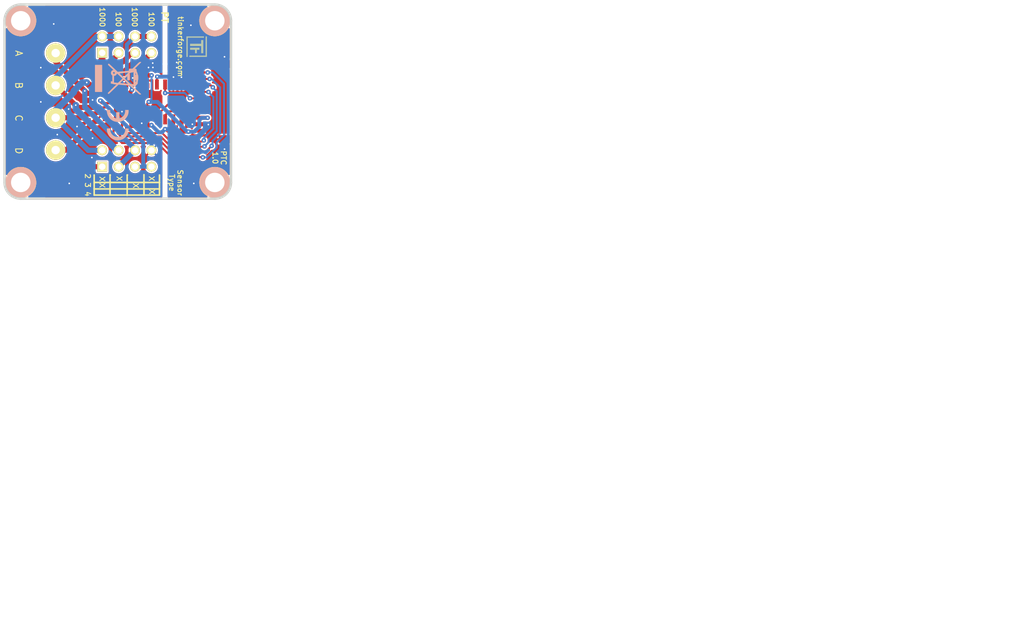
<source format=kicad_pcb>
(kicad_pcb (version 20221018) (generator pcbnew)
  (title_block (title "PTC Bricklet") (date "25 jun 2013") (rev "1.0") (company "Tinkerforge GmbH") (comment 1 "Licensed under CERN OHL v.1.1") (comment 2 "Copyright (©) 2013, B.Nordmeyer <bastian@tinkerforge.com>"))
  (layers (0 "F.Cu" signal "Vorderseite") (31 "B.Cu" signal "Rückseite") (34 "B.Paste" user) (35 "F.Paste" user) (36 "B.SilkS" user "B.Silkscreen") (37 "F.SilkS" user "F.Silkscreen") (38 "B.Mask" user) (39 "F.Mask" user) (44 "Edge.Cuts" user))
  (net 0 "")
  (net 1 "AGND")
  (net 2 "FORCE+")
  (net 3 "FORCE-")
  (net 4 "FORCE2")
  (net 5 "GND")
  (net 6 "RTDIN+")
  (net 7 "RTDIN-")
  (net 8 "VCC")
  (net 9 "Net-(C3-Pad1)")
  (net 10 "Net-(C4-Pad2)")
  (net 11 "Net-(C5-Pad2)")
  (net 12 "Net-(P1-Pad1)")
  (net 13 "Net-(P1-Pad4)")
  (net 14 "Net-(P1-Pad5)")
  (net 15 "Net-(P1-Pad6)")
  (net 16 "Net-(P1-Pad7)")
  (net 17 "Net-(P1-Pad8)")
  (net 18 "Net-(P1-Pad9)")
  (net 19 "Net-(P1-Pad10)")
  (net 20 "Net-(P2-Pad5)")
  (net 21 "Net-(P2-Pad6)")
  (net 22 "Net-(P2-Pad7)")
  (net 23 "Net-(R1-Pad2)")
  (net 24 "Net-(RP1-Pad1)")
  (net 25 "Net-(RP1-Pad2)")
  (net 26 "Net-(RP1-Pad3)")
  (net 27 "Net-(RP1-Pad4)")
  (net 28 "Net-(U1-Pad7)")
  (net 29 "Net-(U2-Pad17)")
  (net 30 "Net-(U2-Pad18)")
  (footprint "kicad-libraries:CON-SENSOR" (layer "F.Cu") (at 159.79902 84.9503 90)
    (fp_text reference "P1")
    (fp_text value "CON-SENSOR")
  )
  (footprint "kicad-libraries:SOIC8" (layer "F.Cu") (at 150.35022 85.0011 180)
    (fp_text reference "U1")
    (fp_text value "M24C64")
  )
  (footprint "kicad-libraries:DRILL_NP" (layer "F.Cu") (at 127.39878 72.45096 90)
    (fp_text reference "U5" hide)
    (fp_text value "DRILL" hide)
  )
  (footprint "kicad-libraries:DRILL_NP" (layer "F.Cu") (at 127.39878 97.44964)
    (fp_text reference "U4" hide)
    (fp_text value "DRILL" hide)
  )
  (footprint "kicad-libraries:DRILL_NP" (layer "F.Cu") (at 157.40126 97.44964 90)
    (fp_text reference "U3" hide)
    (fp_text value "DRILL" hide)
  )
  (footprint "kicad-libraries:AKL_5_2" (layer "F.Cu") (at 132.79882 89.94902 90)
    (fp_text reference "J2")
    (fp_text value "AKL_5_2")
  )
  (footprint "kicad-libraries:AKL_5_2" (layer "F.Cu") (at 132.79882 79.94904 90)
    (fp_text reference "J1")
    (fp_text value "AKL_5_2")
  )
  (footprint "kicad-libraries:DRILL_NP" (layer "F.Cu") (at 157.40126 72.45096)
    (fp_text reference "U6" hide)
    (fp_text value "DRILL" hide)
  )
  (footprint "kicad-libraries:QFN-20-5x5" (layer "F.Cu") (at 143.05026 86.4997 180)
    (fp_text reference "U2")
    (fp_text value "MAX31865")
  )
  (footprint "kicad-libraries:pin_array_4x2" (layer "F.Cu") (at 143.79956 76.1492)
    (fp_text reference "P2")
    (fp_text value "CONN_02X04" hide)
  )
  (footprint "kicad-libraries:pin_array_4x2" (layer "F.Cu") (at 143.79956 93.74886)
    (fp_text reference "P3")
    (fp_text value "CONN_02X04" hide)
  )
  (footprint "kicad-libraries:Logo_31x31" (layer "F.Cu") (at 156.175 74.875 -90)
    (fp_text reference "G***" hide)
    (fp_text value "Logo_31x31" hide)
  )
  (footprint "kicad-libraries:Fiducial_Mark" (layer "F.Cu") (at 153.9 71.5)
    (fp_text reference "Fiducial_Mark" hide)
    (fp_text value "VAL**" hide)
  )
  (footprint "kicad-libraries:Fiducial_Mark" (layer "F.Cu") (at 130.9 98.4)
    (fp_text reference "Fiducial_Mark" hide)
    (fp_text value "VAL**" hide)
  )
  (footprint "kicad-libraries:0603X4" (layer "F.Cu") (at 152.325 92.325 90)
    (fp_text reference "RP1")
    (fp_text value "100")
  )
  (footprint "kicad-libraries:Fiducial_Mark" (layer "F.Cu") (at 130.9 71.5)
    (fp_text reference "Fiducial_Mark" hide)
    (fp_text value "VAL**" hide)
  )
  (footprint "kicad-libraries:C0603" (layer "F.Cu") (at 151.39924 89.60104 180)
    (fp_text reference "C1")
    (fp_text value "100nF")
  )
  (footprint "kicad-libraries:C0603" (layer "F.Cu") (at 146.94916 86.70036 90)
    (fp_text reference "C2")
    (fp_text value "100nF")
  )
  (footprint "kicad-libraries:C0603" (layer "F.Cu") (at 145.54962 81.6991 90)
    (fp_text reference "C3")
    (fp_text value "100nF")
  )
  (footprint "kicad-libraries:C0603" (layer "F.Cu") (at 140.14958 81.6991 90)
    (fp_text reference "C4")
    (fp_text value "10nF")
  )
  (footprint "kicad-libraries:C0603" (layer "F.Cu") (at 138.69924 81.6991 90)
    (fp_text reference "C5")
    (fp_text value "100nF")
  )
  (footprint "kicad-libraries:C0603" (layer "F.Cu") (at 149.69998 79.70012 180)
    (fp_text reference "FB1")
    (fp_text value "FB")
  )
  (footprint "kicad-libraries:C0603" (layer "F.Cu") (at 146.9009 81.6991 90)
    (fp_text reference "FB2")
    (fp_text value "FB")
  )
  (footprint "kicad-libraries:R0805" (layer "F.Cu") (at 143.4 81.5 -90)
    (fp_text reference "R1")
    (fp_text value "390 0.1%")
  )
  (footprint "kicad-libraries:R0805" (layer "F.Cu") (at 141.8 81.5 -90)
    (fp_text reference "R2")
    (fp_text value "3k9 0.1%")
  )
  (footprint "kicad-libraries:CE_5mm" (layer "B.Cu") (at 142.4 88.55 90)
    (fp_text reference "VAL" hide)
    (fp_text value "CE_5mm" hide)
  )
  (footprint "kicad-libraries:WEEE_7mm" (layer "B.Cu") (at 142.45 81.35 90)
    (fp_text reference "VAL" hide)
    (fp_text value "WEEE_7mm" hide)
  )
  (gr_line (start 148.84908 99.40036) (end 148.84908 96.29902) (stroke (width 0.24892)) (layer "F.SilkS"))
  (gr_line (start 138.75004 97.44964) (end 148.84908 97.44964) (stroke (width 0.24892)) (layer "F.SilkS"))
  (gr_line (start 138.75004 98.4504) (end 138.75004 98.3996) (stroke (width 0.24892)) (layer "F.SilkS"))
  (gr_line (start 143.85036 96.29902) (end 143.90116 96.29902) (stroke (width 0.24892)) (layer "F.SilkS"))
  (gr_line (start 141.20114 99.40036) (end 141.20114 96.29902) (stroke (width 0.24892)) (layer "F.SilkS"))
  (gr_line (start 138.75004 99.40036) (end 148.84908 99.40036) (stroke (width 0.24892)) (layer "F.SilkS"))
  (gr_line (start 138.75004 96.29902) (end 138.75004 99.40036) (stroke (width 0.24892)) (layer "F.SilkS"))
  (gr_line (start 141.20114 96.29902) (end 141.2494 96.29902) (stroke (width 0.24892)) (layer "F.SilkS"))
  (gr_line (start 148.84908 98.4504) (end 138.75004 98.4504) (stroke (width 0.24892)) (layer "F.SilkS"))
  (gr_line (start 146.44878 99.40036) (end 146.44878 96.25076) (stroke (width 0.24892)) (layer "F.SilkS"))
  (gr_line (start 143.85036 99.45116) (end 143.85036 96.29902) (stroke (width 0.24892)) (layer "F.SilkS"))
  (gr_arc (start 127.40132 99.949) (mid 125.634006 99.216954) (end 124.90196 97.44964) (stroke (width 0.381)) (layer "Edge.Cuts"))
  (gr_line (start 159.90062 72.45096) (end 159.90062 97.44964) (stroke (width 0.381)) (layer "Edge.Cuts"))
  (gr_line (start 157.40126 99.949) (end 127.39878 99.949) (stroke (width 0.381)) (layer "Edge.Cuts"))
  (gr_arc (start 157.40126 69.9516) (mid 159.168574 70.683646) (end 159.90062 72.45096) (stroke (width 0.381)) (layer "Edge.Cuts"))
  (gr_line (start 124.89942 97.44964) (end 124.89942 72.45096) (stroke (width 0.381)) (layer "Edge.Cuts"))
  (gr_arc (start 124.89942 72.45096) (mid 125.63221 70.68185) (end 127.40132 69.94906) (stroke (width 0.381)) (layer "Edge.Cuts"))
  (gr_line (start 127.39878 69.94906) (end 157.40126 69.94906) (stroke (width 0.381)) (layer "Edge.Cuts"))
  (gr_arc (start 159.90062 97.44964) (mid 159.168574 99.216954) (end 157.40126 99.949) (stroke (width 0.381)) (layer "Edge.Cuts"))
  (gr_text "100" (at 147.5994 72.2503 270) (layer "F.SilkS") (effects (font (size 0.8001 0.8001) (thickness 0.14986))))
  (gr_text "X" (at 147.701 96.8502 90) (layer "F.SilkS") (effects (font (size 0.8001 0.8001) (thickness 0.14986))))
  (gr_text "Sensor\nType" (at 151.39924 97.50044 270) (layer "F.SilkS") (effects (font (size 0.8001 0.8001) (thickness 0.14986))))
  (gr_text "1000" (at 139.99972 71.89978 270) (layer "F.SilkS") (effects (font (size 0.8001 0.8001) (thickness 0.14986))))
  (gr_text "X" (at 140.05052 96.901 90) (layer "F.SilkS") (effects (font (size 0.8001 0.8001) (thickness 0.14986))))
  (gr_text "tinkerforge.com" (at 152.1 76.45 270) (layer "F.SilkS") (effects (font (size 0.8001 0.8001) (thickness 0.14986))))
  (gr_text "X" (at 140.05052 97.89922 90) (layer "F.SilkS") (effects (font (size 0.8001 0.8001) (thickness 0.14986))))
  (gr_text "PT" (at 149.64918 71.89978 270) (layer "F.SilkS") (effects (font (size 1.00076 1.00076) (thickness 0.20066))))
  (gr_text "100" (at 142.49908 72.2503 270) (layer "F.SilkS") (effects (font (size 0.8001 0.8001) (thickness 0.14986))))
  (gr_text "X" (at 145.2499 97.95002 90) (layer "F.SilkS") (effects (font (size 0.8001 0.8001) (thickness 0.14986))))
  (gr_text "A     B     C     D" (at 127.09906 85.04936 270) (layer "F.SilkS") (effects (font (size 1.04902 1.04902) (thickness 0.14986))))
  (gr_text "1000" (at 145.00098 71.89978 270) (layer "F.SilkS") (effects (font (size 0.8001 0.8001) (thickness 0.14986))))
  (gr_text "X" (at 142.69974 96.8502 90) (layer "F.SilkS") (effects (font (size 0.8001 0.8001) (thickness 0.14986))))
  (gr_text "PTC\n1.0" (at 158.1 93.65 270) (layer "F.SilkS") (effects (font (size 0.8001 0.8001) (thickness 0.14986))))
  (gr_text "X" (at 147.74926 98.89998 90) (layer "F.SilkS") (effects (font (size 0.8001 0.8001) (thickness 0.14986))))
  (gr_text "2 3 4" (at 137.74928 97.85096 270) (layer "F.SilkS") (effects (font (size 0.8001 0.8001) (thickness 0.14986))))
  (segment (start 147.8407 79.65948) (end 148.57984 79.65948) (width 0.59944) (layer "F.Cu") (net 1))
  (segment (start 130.50012 79.70012) (end 130.50012 85.0011) (width 0.29972) (layer "F.Cu") (net 1))
  (segment (start 145.10258 80.899) (end 144.70126 81.30032) (width 0.59944) (layer "F.Cu") (net 1))
  (segment (start 130.50012 88.00084) (end 130.50012 85.0011) (width 0.29972) (layer "F.Cu") (net 1))
  (segment (start 133.05028 90.05062) (end 132.5499 90.05062) (width 0.29972) (layer "F.Cu") (net 1))
  (segment (start 141.75232 87.79764) (end 143.05026 86.4997) (width 0.29972) (layer "F.Cu") (net 1))
  (segment (start 130.50012 79.70012) (end 130.50012 74.94778) (width 0.29972) (layer "F.Cu") (net 1))
  (segment (start 136.10082 88.80094) (end 134.29996 88.80094) (width 0.29972) (layer "F.Cu") (net 1))
  (segment (start 147.15998 79.66964) (end 147.14982 79.6798) (width 0.59944) (layer "F.Cu") (net 1))
  (segment (start 138.50112 93.4974) (end 138.39952 93.599) (width 0.29972) (layer "F.Cu") (net 1))
  (segment (start 147.83054 79.02956) (end 147.80006 78.99908) (width 0.29972) (layer "F.Cu") (net 1))
  (segment (start 147.83054 79.66964) (end 147.15998 79.66964) (width 0.59944) (layer "F.Cu") (net 1))
  (segment (start 145.59788 87.79764) (end 146.1008 88.30056) (width 0.29972) (layer "F.Cu") (net 1))
  (segment (start 130.50012 74.94778) (end 132.4991 72.9488) (width 0.29972) (layer "F.Cu") (net 1))
  (segment (start 145.54962 80.899) (end 145.10258 80.899) (width 0.59944) (layer "F.Cu") (net 1))
  (segment (start 140.66266 87.79764) (end 140.66266 88.43772) (width 0.29972) (layer "F.Cu") (net 1))
  (segment (start 132.5499 90.05062) (end 130.50012 88.00084) (width 0.29972) (layer "F.Cu") (net 1))
  (segment (start 134.29996 88.80094) (end 133.05028 90.05062) (width 0.29972) (layer "F.Cu") (net 1))
  (segment (start 145.43786 87.79764) (end 145.59788 87.79764) (width 0.29972) (layer "F.Cu") (net 1))
  (segment (start 141.75232 87.79764) (end 140.66266 87.79764) (width 0.29972) (layer "F.Cu") (net 1))
  (segment (start 147.8407 79.65948) (end 147.83054 79.66964) (width 0.59944) (layer "F.Cu") (net 1))
  (segment (start 147.83054 79.66964) (end 147.83054 79.02956) (width 0.29972) (layer "F.Cu") (net 1))
  (segment (start 134.8994 97.5995) (end 134.85114 97.55124) (width 0.29972) (layer "F.Cu") (net 1))
  (segment (start 138.50112 90.59926) (end 138.50112 93.4974) (width 0.29972) (layer "F.Cu") (net 1))
  (segment (start 140.66266 88.43772) (end 138.50112 90.59926) (width 0.29972) (layer "F.Cu") (net 1))
  (segment (start 134.85114 97.55124) (end 134.85114 97.50044) (width 0.29972) (layer "F.Cu") (net 1))
  (via (at 134.8994 97.5995) (size 0.70104) (drill 0.24892) (layers "F.Cu" "B.Cu") (net 1))
  (via (at 130.50012 79.70012) (size 0.70104) (drill 0.24892) (layers "F.Cu" "B.Cu") (net 1))
  (via (at 133.05028 90.05062) (size 0.70104) (drill 0.24892) (layers "F.Cu" "B.Cu") (net 1))
  (via (at 138.39952 93.599) (size 0.70104) (drill 0.24892) (layers "F.Cu" "B.Cu") (net 1))
  (via (at 136.10082 88.80094) (size 0.70104) (drill 0.24892) (layers "F.Cu" "B.Cu") (net 1))
  (via (at 143.05026 86.4997) (size 0.70104) (drill 0.24892) (layers "F.Cu" "B.Cu") (net 1))
  (via (at 147.14982 79.6798) (size 0.70104) (drill 0.24892) (layers "F.Cu" "B.Cu") (net 1))
  (via (at 147.80006 78.99908) (size 0.70104) (drill 0.24892) (layers "F.Cu" "B.Cu") (net 1))
  (via (at 132.4991 72.9488) (size 0.70104) (drill 0.24892) (layers "F.Cu" "B.Cu") (net 1))
  (via (at 144.70126 81.30032) (size 0.70104) (drill 0.24892) (layers "F.Cu" "B.Cu") (net 1))
  (via (at 138.50112 90.59926) (size 0.70104) (drill 0.24892) (layers "F.Cu" "B.Cu") (net 1))
  (via (at 146.1008 88.30056) (size 0.70104) (drill 0.24892) (layers "F.Cu" "B.Cu") (net 1))
  (via (at 130.50012 85.0011) (size 0.70104) (drill 0.24892) (layers "F.Cu" "B.Cu") (net 1))
  (via (at 147.83054 79.66964) (size 0.70104) (drill 0.24892) (layers "F.Cu" "B.Cu") (net 1))
  (via (at 138.50112 84.69884) (size 0.70104) (drill 0.24892) (layers "F.Cu" "B.Cu") (net 1))
  (via (at 134.80034 86.10092) (size 0.70104) (drill 0.24892) (layers "F.Cu" "B.Cu") (net 1))
  (segment (start 145.82502 85.57498) (end 146.3 85.1) (width 0.59944) (layer "B.Cu") (net 1))
  (segment (start 146.3 85.1) (end 146.3 82.89906) (width 0.59944) (layer "B.Cu") (net 1))
  (segment (start 146.3 82.89906) (end 145.5293 82.12836) (width 0.59944) (layer "B.Cu") (net 1))
  (segment (start 134.80034 87.20074) (end 134.80034 86.10092) (width 0.29972) (layer "B.Cu") (net 1))
  (segment (start 137.89914 90.59926) (end 136.10082 88.80094) (width 0.29972) (layer "B.Cu") (net 1))
  (segment (start 147.60956 92.47886) (end 147.60956 89.80932) (width 0.59944) (layer "B.Cu") (net 1))
  (segment (start 143.05026 86.4997) (end 143.05026 85.34908) (width 0.29972) (layer "B.Cu") (net 1))
  (segment (start 141.4018 83.70062) (end 139.49934 83.70062) (width 0.29972) (layer "B.Cu") (net 1))
  (segment (start 146.1008 88.02116) (end 144.57934 86.4997) (width 0.59944) (layer "B.Cu") (net 1))
  (segment (start 144.57934 86.4997) (end 143.05026 86.4997) (width 0.59944) (layer "B.Cu") (net 1))
  (segment (start 138.39952 93.599) (end 138.39952 94.09938) (width 0.29972) (layer "B.Cu") (net 1))
  (segment (start 145.5293 81.30032) (end 147.14982 79.6798) (width 0.59944) (layer "B.Cu") (net 1))
  (segment (start 136.10082 88.80094) (end 136.10082 88.50122) (width 0.29972) (layer "B.Cu") (net 1))
  (segment (start 143.05026 86.4997) (end 143.97498 85.57498) (width 0.59944) (layer "B.Cu") (net 1))
  (segment (start 138.39952 94.09938) (end 134.8994 97.5995) (width 0.29972) (layer "B.Cu") (net 1))
  (segment (start 147.60956 89.80932) (end 146.1008 88.30056) (width 0.59944) (layer "B.Cu") (net 1))
  (segment (start 143.05026 85.34908) (end 141.4018 83.70062) (width 0.29972) (layer "B.Cu") (net 1))
  (segment (start 138.50112 90.59926) (end 137.89914 90.59926) (width 0.29972) (layer "B.Cu") (net 1))
  (segment (start 144.70126 81.30032) (end 145.5293 81.30032) (width 0.59944) (layer "B.Cu") (net 1))
  (segment (start 143.97498 85.57498) (end 145.82502 85.57498) (width 0.59944) (layer "B.Cu") (net 1))
  (segment (start 139.49934 83.70062) (end 138.50112 84.69884) (width 0.29972) (layer "B.Cu") (net 1))
  (segment (start 145.5293 82.12836) (end 144.70126 81.30032) (width 0.59944) (layer "B.Cu") (net 1))
  (segment (start 146.1008 88.30056) (end 146.1008 88.02116) (width 0.59944) (layer "B.Cu") (net 1))
  (segment (start 136.10082 88.50122) (end 134.80034 87.20074) (width 0.29972) (layer "B.Cu") (net 1))
  (segment (start 137.2997 83.2993) (end 132.79882 78.79842) (width 0.8001) (layer "F.Cu") (net 2))
  (segment (start 141.75232 84.1121) (end 141.75232 84.05368) (width 0.29972) (layer "F.Cu") (net 2))
  (segment (start 141.75232 84.05368) (end 141.39672 83.69808) (width 0.29972) (layer "F.Cu") (net 2))
  (segment (start 137.69848 83.69808) (end 137.2997 83.2993) (width 0.8001) (layer "F.Cu") (net 2))
  (segment (start 132.79882 78.79842) (end 132.79882 77.44968) (width 0.8001) (layer "F.Cu") (net 2))
  (segment (start 141.39672 83.69808) (end 137.69848 83.69808) (width 0.8001) (layer "F.Cu") (net 2))
  (via (at 137.2997 83.2993) (size 0.70104) (drill 0.24892) (layers "F.Cu" "B.Cu") (net 2))
  (segment (start 137.2997 85.79866) (end 137.2997 83.2993) (width 0.8001) (layer "B.Cu") (net 2))
  (segment (start 142.52956 95.01886) (end 145.06956 92.47886) (width 0.8001) (layer "B.Cu") (net 2))
  (segment (start 142.27556 90.77452) (end 137.2997 85.79866) (width 0.8001) (layer "B.Cu") (net 2))
  (segment (start 145.06956 92.47886) (end 145.06956 92.31884) (width 0.8001) (layer "B.Cu") (net 2))
  (segment (start 145.06956 92.31884) (end 143.52524 90.77452) (width 0.8001) (layer "B.Cu") (net 2))
  (segment (start 143.52524 90.77452) (end 142.27556 90.77452) (width 0.8001) (layer "B.Cu") (net 2))
  (segment (start 138.16838 95.01886) (end 135.001 91.85148) (width 0.8001) (layer "F.Cu") (net 3))
  (segment (start 139.14882 88.00084) (end 138.8491 88.00084) (width 0.8001) (layer "F.Cu") (net 3))
  (segment (start 135.001 91.84894) (end 134.40156 92.44838) (width 0.8001) (layer "F.Cu") (net 3))
  (segment (start 139.80414 87.1474) (end 139.25296 87.69858) (width 0.29972) (layer "F.Cu") (net 3))
  (segment (start 134.40156 92.44838) (end 132.79882 92.44838) (width 0.8001) (layer "F.Cu") (net 3))
  (segment (start 139.25296 87.8967) (end 139.14882 88.00084) (width 0.29972) (layer "F.Cu") (net 3))
  (segment (start 139.25296 87.69858) (end 139.25042 87.70112) (width 0.29972) (layer "F.Cu") (net 3))
  (segment (start 139.98956 95.01886) (end 138.16838 95.01886) (width 0.8001) (layer "F.Cu") (net 3))
  (segment (start 135.001 91.85148) (end 135.001 91.84894) (width 0.8001) (layer "F.Cu") (net 3))
  (segment (start 138.8491 88.00084) (end 135.001 91.84894) (width 0.8001) (layer "F.Cu") (net 3))
  (segment (start 139.25296 87.69858) (end 139.25296 87.8967) (width 0.29972) (layer "F.Cu") (net 3))
  (segment (start 140.66266 87.1474) (end 139.80414 87.1474) (width 0.29972) (layer "F.Cu") (net 3))
  (segment (start 139.7508 84.85124) (end 139.7 84.80044) (width 0.29972) (layer "F.Cu") (net 4))
  (segment (start 140.66266 85.20176) (end 139.9032 85.20176) (width 0.29972) (layer "F.Cu") (net 4))
  (segment (start 139.7508 85.04936) (end 139.7508 84.85124) (width 0.29972) (layer "F.Cu") (net 4))
  (segment (start 139.9032 85.20176) (end 139.7508 85.04936) (width 0.29972) (layer "F.Cu") (net 4))
  (via (at 139.7 84.80044) (size 0.70104) (drill 0.24892) (layers "F.Cu" "B.Cu") (net 4))
  (segment (start 139.8397 84.80044) (end 146.33956 91.3003) (width 0.59944) (layer "B.Cu") (net 4))
  (segment (start 146.33956 94.63786) (end 146.72056 95.01886) (width 0.59944) (layer "B.Cu") (net 4))
  (segment (start 146.72056 95.01886) (end 147.60956 95.01886) (width 0.59944) (layer "B.Cu") (net 4))
  (segment (start 139.7 84.80044) (end 139.8397 84.80044) (width 0.59944) (layer "B.Cu") (net 4))
  (segment (start 146.40052 94.69882) (end 146.72056 95.01886) (width 0.29972) (layer "B.Cu") (net 4))
  (segment (start 146.33956 91.3003) (end 146.33956 94.63786) (width 0.59944) (layer "B.Cu") (net 4))
  (segment (start 145.06956 95.01886) (end 146.72056 95.01886) (width 0.59944) (layer "B.Cu") (net 4))
  (segment (start 150.98268 82.30362) (end 150.98268 81.18856) (width 0.29972) (layer "F.Cu") (net 5))
  (segment (start 146.94916 87.88908) (end 146.9898 87.92972) (width 0.59944) (layer "F.Cu") (net 5))
  (segment (start 150.1013 89.60104) (end 150.64994 89.60104) (width 0.29972) (layer "F.Cu") (net 5))
  (segment (start 146.94916 87.88908) (end 146.94916 87.50046) (width 0.59944) (layer "F.Cu") (net 5))
  (segment (start 151.50084 78.90002) (end 151.50084 75.3491) (width 0.29972) (layer "F.Cu") (net 5))
  (segment (start 155.02382 88.45042) (end 156.3497 88.45042) (width 0.59944) (layer "F.Cu") (net 5))
  (segment (start 148.44776 81.153) (end 148.44776 82.30362) (width 0.29972) (layer "F.Cu") (net 5))
  (segment (start 152.25268 82.30362) (end 152.25268 81.19364) (width 0.29972) (layer "F.Cu") (net 5))
  (segment (start 156.4005 88.50122) (end 158.04896 88.50122) (width 0.29972) (layer "F.Cu") (net 5))
  (segment (start 145.4658 89.16416) (end 145.15084 88.8492) (width 0.59944) (layer "F.Cu") (net 5))
  (segment (start 158.04896 88.50122) (end 158.89986 89.35212) (width 0.29972) (layer "F.Cu") (net 5))
  (segment (start 151.50084 75.3491) (end 153.70048 73.14946) (width 0.29972) (layer "F.Cu") (net 5))
  (segment (start 156.3497 88.45042) (end 156.4005 88.50122) (width 0.59944) (layer "F.Cu") (net 5))
  (segment (start 152.25268 81.19364) (end 152.23998 81.18094) (width 0.29972) (layer "F.Cu") (net 5))
  (segment (start 150.50008 79.70012) (end 151.50084 79.70012) (width 0.8001) (layer "F.Cu") (net 5))
  (segment (start 158.89986 79.15148) (end 158.89986 78.0288) (width 0.29972) (layer "F.Cu") (net 5))
  (segment (start 146.9898 87.92972) (end 146.9898 88.66124) (width 0.59944) (layer "F.Cu") (net 5))
  (segment (start 150.98268 81.18856) (end 151.01062 81.16062) (width 0.29972) (layer "F.Cu") (net 5))
  (segment (start 146.48688 89.16416) (end 145.4658 89.16416) (width 0.59944) (layer "F.Cu") (net 5))
  (segment (start 145.11274 88.8873) (end 145.15084 88.8492) (width 0.29972) (layer "F.Cu") (net 5))
  (segment (start 149.71014 89.20988) (end 150.1013 89.60104) (width 0.29972) (layer "F.Cu") (net 5))
  (segment (start 144.3482 88.8873) (end 145.11274 88.8873) (width 0.29972) (layer "F.Cu") (net 5))
  (segment (start 158.89986 89.35212) (end 158.89986 92.30106) (width 0.29972) (layer "F.Cu") (net 5))
  (segment (start 148.44776 81.153) (end 148.5011 81.09966) (width 0.29972) (layer "F.Cu") (net 5))
  (segment (start 147.51812 88.66124) (end 146.9898 88.66124) (width 0.59944) (layer "F.Cu") (net 5))
  (segment (start 155.02382 88.45042) (end 153.92908 88.45042) (width 0.59944) (layer "F.Cu") (net 5))
  (segment (start 146.9898 88.66124) (end 146.48688 89.16416) (width 0.59944) (layer "F.Cu") (net 5))
  (segment (start 147.51812 88.66124) (end 147.5994 88.57996) (width 0.59944) (layer "F.Cu") (net 5))
  (segment (start 158.89986 90.74912) (end 158.89986 92.30106) (width 0.29972) (layer "F.Cu") (net 5))
  (segment (start 151.50084 79.70012) (end 151.50084 78.90002) (width 0.8001) (layer "F.Cu") (net 5))
  (via (at 153.92908 88.45042) (size 0.70104) (drill 0.24892) (layers "F.Cu" "B.Cu") (net 5))
  (via (at 147.5994 88.57996) (size 0.70104) (drill 0.24892) (layers "F.Cu" "B.Cu") (net 5))
  (via (at 148.5011 81.09966) (size 0.70104) (drill 0.24892) (layers "F.Cu" "B.Cu") (net 5))
  (via (at 151.50084 79.70012) (size 0.70104) (drill 0.24892) (layers "F.Cu" "B.Cu") (net 5))
  (via (at 158.89986 92.30106) (size 0.70104) (drill 0.24892) (layers "F.Cu" "B.Cu") (net 5))
  (via (at 152.23998 81.18094) (size 0.70104) (drill 0.24892) (layers "F.Cu" "B.Cu") (net 5))
  (via (at 158.89986 78.0288) (size 0.70104) (drill 0.24892) (layers "F.Cu" "B.Cu") (net 5))
  (via (at 151.01062 81.16062) (size 0.70104) (drill 0.24892) (layers "F.Cu" "B.Cu") (net 5))
  (via (at 153.70048 73.14946) (size 0.70104) (drill 0.24892) (layers "F.Cu" "B.Cu") (net 5))
  (via (at 151.50084 78.90002) (size 0.70104) (drill 0.24892) (layers "F.Cu" "B.Cu") (net 5))
  (via (at 154.15006 97.5995) (size 0.70104) (drill 0.24892) (layers "F.Cu" "B.Cu") (net 5))
  (via (at 156.4005 88.50122) (size 0.70104) (drill 0.24892) (layers "F.Cu" "B.Cu") (net 5))
  (via (at 149.71014 89.20988) (size 0.70104) (drill 0.24892) (layers "F.Cu" "B.Cu") (net 5))
  (segment (start 149.21992 89.7001) (end 149.71014 89.20988) (width 0.59944) (layer "B.Cu") (net 5))
  (segment (start 154.15006 96.39808) (end 154.15006 97.5995) (width 0.29972) (layer "B.Cu") (net 5))
  (segment (start 154.86126 85.52942) (end 154.86126 82.58048) (width 0.29972) (layer "B.Cu") (net 5))
  (segment (start 152.23998 81.18094) (end 152.21966 81.16062) (width 0.29972) (layer "B.Cu") (net 5))
  (segment (start 150.6093 89.20988) (end 149.71014 89.20988) (width 0.59944) (layer "B.Cu") (net 5))
  (segment (start 151.01062 81.16062) (end 150.94966 81.09966) (width 0.29972) (layer "B.Cu") (net 5))
  (segment (start 154.70124 90.5002) (end 151.89962 90.5002) (width 0.59944) (layer "B.Cu") (net 5))
  (segment (start 151.50084 79.66964) (end 150.89886 79.66964) (width 0.29972) (layer "B.Cu") (net 5))
  (segment (start 153.46172 81.18094) (end 152.23998 81.18094) (width 0.29972) (layer "B.Cu") (net 5))
  (segment (start 151.50084 79.70012) (end 151.50084 79.66964) (width 0.8001) (layer "B.Cu") (net 5))
  (segment (start 152.21966 81.16062) (end 151.01062 81.16062) (width 0.29972) (layer "B.Cu") (net 5))
  (segment (start 148.71954 89.7001) (end 149.21992 89.7001) (width 0.59944) (layer "B.Cu") (net 5))
  (segment (start 158.89986 92.30106) (end 158.24708 92.30106) (width 0.29972) (layer "B.Cu") (net 5))
  (segment (start 153.92908 88.45042) (end 153.92908 86.4616) (width 0.29972) (layer "B.Cu") (net 5))
  (segment (start 156.4005 88.50122) (end 156.4005 88.80094) (width 0.59944) (layer "B.Cu") (net 5))
  (segment (start 154.86126 82.58048) (end 153.46172 81.18094) (width 0.29972) (layer "B.Cu") (net 5))
  (segment (start 148.71954 89.7001) (end 147.5994 88.57996) (width 0.59944) (layer "B.Cu") (net 5))
  (segment (start 158.24708 92.30106) (end 154.15006 96.39808) (width 0.29972) (layer "B.Cu") (net 5))
  (segment (start 151.01062 79.7814) (end 151.01062 81.16062) (width 0.29972) (layer "B.Cu") (net 5))
  (segment (start 151.89962 90.5002) (end 150.6093 89.20988) (width 0.59944) (layer "B.Cu") (net 5))
  (segment (start 153.92908 86.4616) (end 154.86126 85.52942) (width 0.29972) (layer "B.Cu") (net 5))
  (segment (start 158.89986 78.0288) (end 157.25902 79.66964) (width 0.29972) (layer "B.Cu") (net 5))
  (segment (start 157.25902 79.66964) (end 151.50084 79.66964) (width 0.29972) (layer "B.Cu") (net 5))
  (segment (start 156.4005 88.80094) (end 154.70124 90.5002) (width 0.59944) (layer "B.Cu") (net 5))
  (segment (start 150.89886 79.66964) (end 151.01062 79.7814) (width 0.29972) (layer "B.Cu") (net 5))
  (segment (start 150.94966 81.09966) (end 148.5011 81.09966) (width 0.59944) (layer "B.Cu") (net 5))
  (segment (start 139.35202 85.852) (end 139.34948 85.84946) (width 0.29972) (layer "F.Cu") (net 6))
  (segment (start 139.40028 85.852) (end 139.35202 85.852) (width 0.29972) (layer "F.Cu") (net 6))
  (segment (start 135.87476 85.52434) (end 132.79882 82.4484) (width 0.8001) (layer "F.Cu") (net 6))
  (segment (start 135.90016 85.49894) (end 135.87476 85.52434) (width 1.00076) (layer "F.Cu") (net 6))
  (segment (start 140.66266 85.852) (end 139.40028 85.852) (width 0.29972) (layer "F.Cu") (net 6))
  (segment (start 139.40028 85.852) (end 136.20242 85.852) (width 0.8001) (layer "F.Cu") (net 6))
  (segment (start 136.20242 85.852) (end 135.87476 85.52434) (width 0.8001) (layer "F.Cu") (net 6))
  (via (at 135.90016 85.49894) (size 0.70104) (drill 0.24892) (layers "F.Cu" "B.Cu") (net 6))
  (segment (start 139.12088 74.8792) (end 139.98956 74.8792) (width 0.8001) (layer "B.Cu") (net 6))
  (segment (start 132.79882 81.20126) (end 139.12088 74.8792) (width 0.8001) (layer "B.Cu") (net 6))
  (segment (start 132.79882 82.4484) (end 132.79882 81.20126) (width 0.8001) (layer "B.Cu") (net 6))
  (segment (start 139.98956 74.8792) (end 142.52956 74.8792) (width 0.8001) (layer "B.Cu") (net 6))
  (segment (start 135.90016 86.09838) (end 135.90016 85.49894) (width 1.00076) (layer "B.Cu") (net 6))
  (segment (start 142.28064 92.47886) (end 135.90016 86.09838) (width 1.00076) (layer "B.Cu") (net 6))
  (segment (start 142.52956 92.47886) (end 142.28064 92.47886) (width 1.00076) (layer "B.Cu") (net 6))
  (segment (start 137.59942 81.99882) (end 138.0998 82.4992) (width 1.00076) (layer "F.Cu") (net 7))
  (segment (start 136.90092 87.44966) (end 137.4902 86.86038) (width 0.8001) (layer "F.Cu") (net 7))
  (segment (start 137.4902 86.86038) (end 138.54938 86.86038) (width 0.8001) (layer "F.Cu") (net 7))
  (segment (start 138.54938 86.86038) (end 138.8491 86.86038) (width 0.8001) (layer "F.Cu") (net 7))
  (segment (start 138.8491 86.86038) (end 139.29106 86.86038) (width 0.29972) (layer "F.Cu") (net 7))
  (segment (start 140.5636 86.59876) (end 140.66266 86.4997) (width 0.29972) (layer "F.Cu") (net 7))
  (segment (start 140.14958 82.4992) (end 138.69924 82.4992) (width 1.00076) (layer "F.Cu") (net 7))
  (segment (start 139.55268 86.59876) (end 140.5636 86.59876) (width 0.29972) (layer "F.Cu") (net 7))
  (segment (start 138.0998 82.4992) (end 138.69924 82.4992) (width 1.00076) (layer "F.Cu") (net 7))
  (segment (start 132.79882 87.44966) (end 136.90092 87.44966) (width 0.8001) (layer "F.Cu") (net 7))
  (segment (start 139.29106 86.86038) (end 139.55268 86.59876) (width 0.29972) (layer "F.Cu") (net 7))
  (via (at 137.59942 81.99882) (size 0.70104) (drill 0.24892) (layers "F.Cu" "B.Cu") (net 7))
  (segment (start 132.79882 87.44966) (end 132.79882 86.30158) (width 1.00076) (layer "B.Cu") (net 7))
  (segment (start 137.82802 92.47886) (end 132.79882 87.44966) (width 0.8001) (layer "B.Cu") (net 7))
  (segment (start 136.90092 81.99882) (end 137.59942 81.99882) (width 1.00076) (layer "B.Cu") (net 7))
  (segment (start 132.79882 86.30158) (end 135.60044 83.49996) (width 1.00076) (layer "B.Cu") (net 7))
  (segment (start 135.60044 83.49996) (end 135.60044 83.2993) (width 1.00076) (layer "B.Cu") (net 7))
  (segment (start 135.60044 83.2993) (end 136.90092 81.99882) (width 1.00076) (layer "B.Cu") (net 7))
  (segment (start 139.98956 92.47886) (end 137.82802 92.47886) (width 0.8001) (layer "B.Cu") (net 7))
  (segment (start 153.30932 89.60104) (end 153.31948 89.59088) (width 0.59944) (layer "F.Cu") (net 8))
  (segment (start 152.25268 87.69858) (end 152.25268 89.5985) (width 0.59944) (layer "F.Cu") (net 8))
  (segment (start 146.94916 85.90026) (end 145.48612 85.90026) (width 0.29972) (layer "F.Cu") (net 8))
  (segment (start 147.60956 80.899) (end 147.61972 80.88884) (width 0.59944) (layer "F.Cu") (net 8))
  (segment (start 146.9009 80.899) (end 147.60956 80.899) (width 0.59944) (layer "F.Cu") (net 8))
  (segment (start 156.27096 87.44966) (end 155.02382 87.44966) (width 0.59944) (layer "F.Cu") (net 8))
  (segment (start 146.94916 85.90026) (end 146.94916 85.25256) (width 0.29972) (layer "F.Cu") (net 8))
  (segment (start 145.48612 85.90026) (end 145.43786 85.852) (width 0.29972) (layer "F.Cu") (net 8))
  (segment (start 152.25014 89.60104) (end 153.30932 89.60104) (width 0.59944) (layer "F.Cu") (net 8))
  (segment (start 156.28112 87.45982) (end 156.27096 87.44966) (width 0.59944) (layer "F.Cu") (net 8))
  (segment (start 152.25268 89.5985) (end 152.25014 89.60104) (width 0.59944) (layer "F.Cu") (net 8))
  (segment (start 146.94916 85.25256) (end 147.20062 85.0011) (width 0.29972) (layer "F.Cu") (net 8))
  (via (at 147.20062 85.0011) (size 0.70104) (drill 0.24892) (layers "F.Cu" "B.Cu") (net 8))
  (via (at 147.61972 80.88884) (size 0.70104) (drill 0.24892) (layers "F.Cu" "B.Cu") (net 8))
  (via (at 153.31948 89.59088) (size 0.70104) (drill 0.24892) (layers "F.Cu" "B.Cu") (net 8))
  (via (at 156.28112 87.45982) (size 0.70104) (drill 0.24892) (layers "F.Cu" "B.Cu") (net 8))
  (segment (start 154.21102 89.6112) (end 155.01112 88.8111) (width 0.59944) (layer "B.Cu") (net 8))
  (segment (start 153.3398 89.6112) (end 154.21102 89.6112) (width 0.59944) (layer "B.Cu") (net 8))
  (segment (start 153.31948 89.59088) (end 153.3398 89.6112) (width 0.59944) (layer "B.Cu") (net 8))
  (segment (start 155.01112 88.8111) (end 155.01112 87.81034) (width 0.59944) (layer "B.Cu") (net 8))
  (segment (start 147.20062 85.0011) (end 148.53158 85.0011) (width 0.59944) (layer "B.Cu") (net 8))
  (segment (start 148.53158 85.0011) (end 153.12136 89.59088) (width 0.59944) (layer "B.Cu") (net 8))
  (segment (start 153.12136 89.59088) (end 153.31948 89.59088) (width 0.59944) (layer "B.Cu") (net 8))
  (segment (start 155.36164 87.45982) (end 156.28112 87.45982) (width 0.59944) (layer "B.Cu") (net 8))
  (segment (start 155.01112 87.81034) (end 155.36164 87.45982) (width 0.59944) (layer "B.Cu") (net 8))
  (segment (start 147.61972 80.88884) (end 147.61972 84.582) (width 0.29972) (layer "B.Cu") (net 8))
  (segment (start 147.61972 84.582) (end 147.20062 85.0011) (width 0.29972) (layer "B.Cu") (net 8))
  (segment (start 145.59824 85.20176) (end 145.8 85) (width 0.29972) (layer "F.Cu") (net 9))
  (segment (start 145.8 83.8) (end 145.54962 83.54962) (width 0.8001) (layer "F.Cu") (net 9))
  (segment (start 145.54962 83.54962) (end 145.54962 82.4992) (width 0.8001) (layer "F.Cu") (net 9))
  (segment (start 146.9009 82.4992) (end 145.54962 82.4992) (width 0.8001) (layer "F.Cu") (net 9))
  (segment (start 145.8 85) (end 145.8 83.8) (width 0.8001) (layer "F.Cu") (net 9))
  (segment (start 145.43786 85.20176) (end 145.59824 85.20176) (width 0.29972) (layer "F.Cu") (net 9))
  (segment (start 140.14958 79.95042) (end 142.52956 77.57044) (width 0.8001) (layer "F.Cu") (net 10))
  (segment (start 142.52956 77.57044) (end 142.52956 77.4192) (width 0.8001) (layer "F.Cu") (net 10))
  (segment (start 140.14958 80.899) (end 140.14958 79.95042) (width 0.8001) (layer "F.Cu") (net 10))
  (segment (start 138.69924 79.80172) (end 139.98956 78.5114) (width 1.00076) (layer "F.Cu") (net 11))
  (segment (start 139.98956 78.5114) (end 139.98956 77.4192) (width 1.00076) (layer "F.Cu") (net 11))
  (segment (start 138.69924 80.899) (end 138.69924 79.80172) (width 1.00076) (layer "F.Cu") (net 11))
  (segment (start 149.71776 87.05088) (end 149.71776 87.69858) (width 0.29972) (layer "F.Cu") (net 13))
  (segment (start 155.02382 86.45144) (end 150.3172 86.45144) (width 0.29972) (layer "F.Cu") (net 13))
  (segment (start 150.3172 86.45144) (end 149.71776 87.05088) (width 0.29972) (layer "F.Cu") (net 13))
  (segment (start 150.09114 85.45068) (end 148.44776 87.09406) (width 0.29972) (layer "F.Cu") (net 14))
  (segment (start 155.02382 85.45068) (end 150.09114 85.45068) (width 0.29972) (layer "F.Cu") (net 14))
  (segment (start 148.44776 87.09406) (end 148.44776 87.69858) (width 0.29972) (layer "F.Cu") (net 14))
  (segment (start 155.02382 84.44992) (end 153.57094 84.44992) (width 0.29972) (layer "F.Cu") (net 15))
  (segment (start 149.7203 83.61934) (end 149.71776 83.6168) (width 0.29972) (layer "F.Cu") (net 15))
  (segment (start 153.57094 84.44992) (end 153.56078 84.43976) (width 0.29972) (layer "F.Cu") (net 15))
  (segment (start 149.71776 83.6168) (end 149.71776 82.30362) (width 0.29972) (layer "F.Cu") (net 15))
  (via (at 149.7203 83.61934) (size 0.70104) (drill 0.24892) (layers "F.Cu" "B.Cu") (net 15))
  (via (at 153.56078 84.43976) (size 0.70104) (drill 0.24892) (layers "F.Cu" "B.Cu") (net 15))
  (segment (start 153.56078 84.43976) (end 152.74036 83.61934) (width 0.29972) (layer "B.Cu") (net 15))
  (segment (start 152.74036 83.61934) (end 149.7203 83.61934) (width 0.29972) (layer "B.Cu") (net 15))
  (segment (start 155.52388 91.12612) (end 155.7 90.95) (width 0.29972) (layer "F.Cu") (net 16))
  (segment (start 153.1759 91.12612) (end 155.52388 91.12612) (width 0.29972) (layer "F.Cu") (net 16))
  (segment (start 156.41066 83.46948) (end 156.39034 83.44916) (width 0.29972) (layer "F.Cu") (net 16))
  (segment (start 155.02382 83.44916) (end 156.39034 83.44916) (width 0.29972) (layer "F.Cu") (net 16))
  (via (at 156.41066 83.46948) (size 0.70104) (drill 0.24892) (layers "F.Cu" "B.Cu") (net 16))
  (via (at 155.7 90.95) (size 0.70104) (drill 0.24892) (layers "F.Cu" "B.Cu") (net 16))
  (segment (start 156.41948 83.46948) (end 157.175 84.225) (width 0.29972) (layer "B.Cu") (net 16))
  (segment (start 157.175 84.225) (end 157.175 89.15) (width 0.29972) (layer "B.Cu") (net 16))
  (segment (start 157.175 89.15) (end 155.7 90.625) (width 0.29972) (layer "B.Cu") (net 16))
  (segment (start 155.7 90.625) (end 155.7 90.95) (width 0.29972) (layer "B.Cu") (net 16))
  (segment (start 156.41066 83.46948) (end 156.41948 83.46948) (width 0.29972) (layer "B.Cu") (net 16))
  (segment (start 155.74878 91.92622) (end 155.8 91.875) (width 0.29972) (layer "F.Cu") (net 17))
  (segment (start 153.1759 91.92622) (end 155.74878 91.92622) (width 0.29972) (layer "F.Cu") (net 17))
  (segment (start 155.02382 82.45094) (end 155.00096 82.45094) (width 0.29972) (layer "F.Cu") (net 17))
  (segment (start 156.79928 82.45094) (end 155.00096 82.45094) (width 0.29972) (layer "F.Cu") (net 17))
  (segment (start 157.099 82.75066) (end 156.79928 82.45094) (width 0.29972) (layer "F.Cu") (net 17))
  (via (at 157.099 82.75066) (size 0.70104) (drill 0.24892) (layers "F.Cu" "B.Cu") (net 17))
  (via (at 155.8 91.875) (size 0.70104) (drill 0.24892) (layers "F.Cu" "B.Cu") (net 17))
  (segment (start 157.099 82.774) (end 157.7 83.375) (width 0.29972) (layer "B.Cu") (net 17))
  (segment (start 157.7 83.375) (end 157.7 89.5) (width 0.29972) (layer "B.Cu") (net 17))
  (segment (start 157.7 89.5) (end 156.45 90.75) (width 0.29972) (layer "B.Cu") (net 17))
  (segment (start 156.45 90.75) (end 156.45 91.225) (width 0.29972) (layer "B.Cu") (net 17))
  (segment (start 156.45 91.225) (end 155.8 91.875) (width 0.29972) (layer "B.Cu") (net 17))
  (segment (start 157.099 82.75066) (end 157.099 82.774) (width 0.29972) (layer "B.Cu") (net 17))
  (segment (start 155.97622 92.72378) (end 156.9 91.8) (width 0.29972) (layer "F.Cu") (net 18))
  (segment (start 153.1759 92.72378) (end 155.97622 92.72378) (width 0.29972) (layer "F.Cu") (net 18))
  (segment (start 155.02382 81.45018) (end 155.00096 81.45018) (width 0.29972) (layer "F.Cu") (net 18))
  (segment (start 156.60116 81.45018) (end 155.00096 81.45018) (width 0.29972) (layer "F.Cu") (net 18))
  (via (at 156.60116 81.45018) (size 0.70104) (drill 0.24892) (layers "F.Cu" "B.Cu") (net 18))
  (via (at 156.9 91.8) (size 0.70104) (drill 0.24892) (layers "F.Cu" "B.Cu") (net 18))
  (segment (start 156.92518 81.45018) (end 158.225 82.75) (width 0.29972) (layer "B.Cu") (net 18))
  (segment (start 158.225 82.75) (end 158.225 89.85) (width 0.29972) (layer "B.Cu") (net 18))
  (segment (start 158.225 89.85) (end 157.05 91.025) (width 0.29972) (layer "B.Cu") (net 18))
  (segment (start 157.05 91.025) (end 157.05 91.65) (width 0.29972) (layer "B.Cu") (net 18))
  (segment (start 157.05 91.65) (end 156.9 91.8) (width 0.29972) (layer "B.Cu") (net 18))
  (segment (start 156.60116 81.45018) (end 156.92518 81.45018) (width 0.29972) (layer "B.Cu") (net 18))
  (segment (start 155.49888 93.52388) (end 155.55 93.575) (width 0.29972) (layer "F.Cu") (net 19))
  (segment (start 153.1759 93.52388) (end 155.49888 93.52388) (width 0.29972) (layer "F.Cu") (net 19))
  (segment (start 156.2989 80.44942) (end 155.04922 80.44942) (width 0.29972) (layer "F.Cu") (net 19))
  (segment (start 155.02382 80.44942) (end 155.04922 80.44942) (width 0.29972) (layer "F.Cu") (net 19))
  (via (at 155.55 93.575) (size 0.70104) (drill 0.24892) (layers "F.Cu" "B.Cu") (net 19))
  (via (at 156.2989 80.44942) (size 0.70104) (drill 0.24892) (layers "F.Cu" "B.Cu") (net 19))
  (segment (start 157.07442 80.44942) (end 158.825 82.2) (width 0.29972) (layer "B.Cu") (net 19))
  (segment (start 158.825 82.2) (end 158.825 90.125) (width 0.29972) (layer "B.Cu") (net 19))
  (segment (start 158.825 90.125) (end 157.7 91.25) (width 0.29972) (layer "B.Cu") (net 19))
  (segment (start 157.7 91.25) (end 157.7 92.05) (width 0.29972) (layer "B.Cu") (net 19))
  (segment (start 157.7 92.05) (end 156.175 93.575) (width 0.29972) (layer "B.Cu") (net 19))
  (segment (start 156.175 93.575) (end 155.55 93.575) (width 0.29972) (layer "B.Cu") (net 19))
  (segment (start 156.2989 80.44942) (end 157.07442 80.44942) (width 0.29972) (layer "B.Cu") (net 19))
  (segment (start 141.8 80) (end 143 78.8) (width 0.8001) (layer "F.Cu") (net 20))
  (segment (start 143 78.8) (end 143.2 78.8) (width 0.8001) (layer "F.Cu") (net 20))
  (segment (start 143.2 78.8) (end 144.5808 77.4192) (width 0.8001) (layer "F.Cu") (net 20))
  (segment (start 144.5808 77.4192) (end 145.06956 77.4192) (width 0.8001) (layer "F.Cu") (net 20))
  (segment (start 141.8 80.49924) (end 141.8 80) (width 0.8001) (layer "F.Cu") (net 20))
  (segment (start 144.3482 83.4718) (end 144.59 83.23) (width 0.59944) (layer "F.Cu") (net 21))
  (segment (start 144.59 83.23) (end 144.59 83.13) (width 0.59944) (layer "F.Cu") (net 21))
  (segment (start 144.3482 84.1121) (end 144.3482 83.4718) (width 0.59944) (layer "F.Cu") (net 21))
  (segment (start 143.69796 84.1121) (end 144.3482 84.1121) (width 0.29972) (layer "F.Cu") (net 21))
  (segment (start 145.06956 74.8792) (end 147.60956 74.8792) (width 0.8001) (layer "F.Cu") (net 21))
  (via (at 144.59 83.13) (size 0.70104) (drill 0.24892) (layers "F.Cu" "B.Cu") (net 21))
  (segment (start 144.59 82.59) (end 143.8 81.8) (width 0.59944) (layer "B.Cu") (net 21))
  (segment (start 143.8 81.8) (end 143.8 76.14876) (width 0.59944) (layer "B.Cu") (net 21))
  (segment (start 143.8 76.14876) (end 145.06956 74.8792) (width 0.59944) (layer "B.Cu") (net 21))
  (segment (start 144.59 83.13) (end 144.59 82.59) (width 0.59944) (layer "B.Cu") (net 21))
  (segment (start 143.4 80.3) (end 144.6 79.1) (width 0.8001) (layer "F.Cu") (net 22))
  (segment (start 144.6 79.1) (end 145.92876 79.1) (width 0.8001) (layer "F.Cu") (net 22))
  (segment (start 145.92876 79.1) (end 147.60956 77.4192) (width 0.8001) (layer "F.Cu") (net 22))
  (segment (start 143.4 80.49924) (end 143.4 80.3) (width 0.8001) (layer "F.Cu") (net 22))
  (segment (start 142.40256 84.1121) (end 142.40256 82.90052) (width 0.29972) (layer "F.Cu") (net 23))
  (segment (start 143.05026 82.84972) (end 143.40078 82.4992) (width 0.29972) (layer "F.Cu") (net 23))
  (segment (start 143.05026 84.1121) (end 143.05026 82.84972) (width 0.29972) (layer "F.Cu") (net 23))
  (segment (start 142.40256 82.90052) (end 142.00124 82.4992) (width 0.29972) (layer "F.Cu") (net 23))
  (segment (start 143.40078 82.4992) (end 142.00124 82.4992) (width 1.00076) (layer "F.Cu") (net 23))
  (segment (start 149.26948 89.81948) (end 150.57612 91.12612) (width 0.29972) (layer "F.Cu") (net 24))
  (segment (start 150.57612 91.12612) (end 151.4741 91.12612) (width 0.29972) (layer "F.Cu") (net 24))
  (segment (start 145.7198 89.81948) (end 149.26948 89.81948) (width 0.29972) (layer "F.Cu") (net 24))
  (segment (start 143.69796 88.8873) (end 143.69796 89.51722) (width 0.29972) (layer "F.Cu") (net 24))
  (segment (start 144.00022 89.81948) (end 145.7198 89.81948) (width 0.29972) (layer "F.Cu") (net 24))
  (segment (start 143.69796 89.51722) (end 144.00022 89.81948) (width 0.29972) (layer "F.Cu") (net 24))
  (segment (start 150.61546 91.92622) (end 149.79904 91.1098) (width 0.29972) (layer "F.Cu") (net 25))
  (segment (start 143.05026 89.72042) (end 143.65986 90.33002) (width 0.29972) (layer "F.Cu") (net 25))
  (segment (start 143.05026 89.72042) (end 143.05026 88.8873) (width 0.29972) (layer "F.Cu") (net 25))
  (segment (start 143.65986 90.33002) (end 145.48104 90.33002) (width 0.29972) (layer "F.Cu") (net 25))
  (segment (start 151.4741 91.92622) (end 150.61546 91.92622) (width 0.29972) (layer "F.Cu") (net 25))
  (segment (start 149.01926 90.33002) (end 149.79904 91.1098) (width 0.29972) (layer "F.Cu") (net 25))
  (segment (start 145.48104 90.33002) (end 149.01926 90.33002) (width 0.29972) (layer "F.Cu") (net 25))
  (segment (start 142.40256 89.863438) (end 143.389122 90.85) (width 0.29972) (layer "F.Cu") (net 26))
  (segment (start 143.389122 90.85) (end 148.8 90.85) (width 0.29972) (layer "F.Cu") (net 26))
  (segment (start 148.8 90.85) (end 150.67378 92.72378) (width 0.29972) (layer "F.Cu") (net 26))
  (segment (start 150.67378 92.72378) (end 151.4741 92.72378) (width 0.29972) (layer "F.Cu") (net 26))
  (segment (start 142.40256 88.8873) (end 142.40256 89.863438) (width 0.29972) (layer "F.Cu") (net 26))
  (segment (start 150.67388 93.52388) (end 148.51126 91.36126) (width 0.29972) (layer "F.Cu") (net 27))
  (segment (start 148.51126 91.36126) (end 148.16074 91.36126) (width 0.29972) (layer "F.Cu") (net 27))
  (segment (start 143.06042 91.36126) (end 148.16074 91.36126) (width 0.29972) (layer "F.Cu") (net 27))
  (segment (start 151.4741 93.52388) (end 150.67388 93.52388) (width 0.29972) (layer "F.Cu") (net 27))
  (segment (start 141.75232 90.05316) (end 143.06042 91.36126) (width 0.29972) (layer "F.Cu") (net 27))
  (segment (start 141.75232 90.05316) (end 141.75232 88.8873) (width 0.29972) (layer "F.Cu") (net 27))
  (zone (net 5) (net_name "GND") (layer "F.Cu") (connect_pads (clearance 0.24892)) (min_thickness 0.254) (fill yes (thermal_gap 0.24892) (thermal_bridge_width 0.25908))
    (polygon (pts (xy 159.90062 99.9998) (xy 159.90062 69.99986) (xy 150.09876 69.9008) (xy 150.09876 99.90074)))
  )
  (zone (net 1) (net_name "AGND") (layer "F.Cu") (connect_pads (clearance 0.24892)) (min_thickness 0.254) (fill yes (thermal_gap 0.24892) (thermal_bridge_width 0.25908))
    (polygon (pts (xy 149.3012 99.90074) (xy 149.3012 69.9008) (xy 124.89942 69.99986) (xy 124.89942 99.90074)))
  )
  (zone (net 1) (net_name "AGND") (layer "B.Cu") (connect_pads (clearance 0.24892)) (min_thickness 0.254) (fill yes (thermal_gap 0.24892) (thermal_bridge_width 0.25908))
    (polygon (pts (xy 149.3012 99.90074) (xy 149.3012 69.99986) (xy 124.89942 69.99986) (xy 124.89942 99.90074)))
  )
  (zone (net 5) (net_name "GND") (layer "B.Cu") (connect_pads (clearance 0.24892)) (min_thickness 0.254) (fill yes (thermal_gap 0.24892) (thermal_bridge_width 0.25908))
    (polygon (pts (xy 159.90062 99.9998) (xy 159.90062 69.99986) (xy 150.09876 69.99986) (xy 150.09876 99.9998)))
  )
)
</source>
